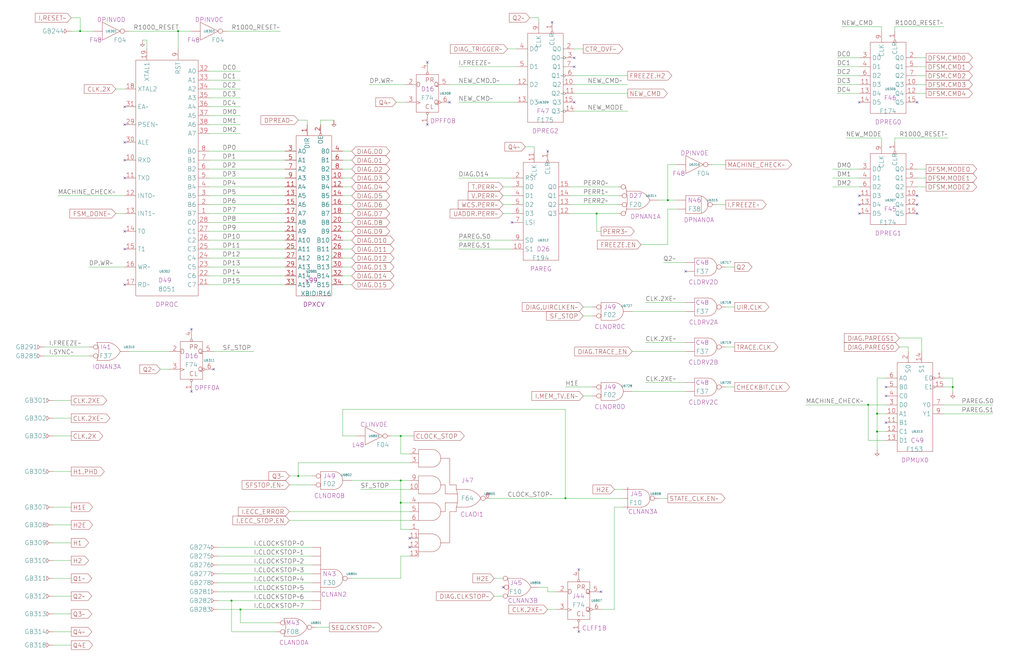
<source format=kicad_sch>
(kicad_sch (version 20230121) (generator eeschema)
  (paper "User" 584.2 378.46)
  (title_block (title "DIAGNOSTIC PROCESSOR\\n8052 INTERFACE") (date "22-SEP-90") (rev "2.0") (comment 1 "IOC") (comment 2 "232-003061") (comment 3 "S400") (comment 4 "RELEASED"))
  (junction (at 381 114.3))
  (junction (at 340.36 121.92))
  (junction (at 500.38 246.38))
  (junction (at 228.6 248.92))
  (junction (at 543.56 220.98))
  (junction (at 137.16 347.98))
  (junction (at 495.3 231.14))
  (junction (at 45.72 17.78))
  (junction (at 101.6 17.78))
  (junction (at 322.58 284.48))
  (junction (at 228.6 274.32))
  (junction (at 500.38 236.22))
  (junction (at 170.18 271.78))
  (junction (at 132.08 342.9))
  (junction (at 228.6 287.02))
  (no_connect (at 342.9 337.82))
  (no_connect (at 505.46 226.06))
  (no_connect (at 391.16 154.94))
  (no_connect (at 523.24 116.84))
  (no_connect (at 523.24 58.42))
  (no_connect (at 490.22 116.84))
  (no_connect (at 109.22 187.96))
  (no_connect (at 505.46 241.3))
  (no_connect (at 233.68 312.42))
  (no_connect (at 490.22 111.76))
  (no_connect (at 490.22 121.92))
  (no_connect (at 233.68 307.34))
  (no_connect (at 330.2 325.12))
  (no_connect (at 71.12 71.12))
  (no_connect (at 327.66 38.1))
  (no_connect (at 256.54 58.42))
  (no_connect (at 327.66 33.02))
  (no_connect (at 505.46 220.98))
  (no_connect (at 243.84 71.12))
  (no_connect (at 121.92 210.82))
  (no_connect (at 287.02 335.28))
  (no_connect (at 327.66 58.42))
  (no_connect (at 523.24 111.76))
  (no_connect (at 330.2 360.68))
  (no_connect (at 490.22 58.42))
  (no_connect (at 243.84 35.56))
  (no_connect (at 312.42 86.36))
  (no_connect (at 523.24 121.92))
  (no_connect (at 314.96 12.7))
  (no_connect (at 71.12 60.96))
  (no_connect (at 71.12 142.24))
  (no_connect (at 109.22 223.52))
  (no_connect (at 292.1 127))
  (no_connect (at 71.12 132.08))
  (no_connect (at 71.12 162.56))
  (no_connect (at 71.12 81.28))
  (no_connect (at 71.12 91.44))
  (no_connect (at 71.12 101.6))
  (wire (pts (xy 195.58 132.08) (xy 200.66 132.08)))
  (wire (pts (xy 312.42 337.82) (xy 317.5 337.82)))
  (wire (pts (xy 228.6 330.2) (xy 228.6 317.5)))
  (wire (pts (xy 119.38 86.36) (xy 162.56 86.36)))
  (wire (pts (xy 360.68 223.52) (xy 391.16 223.52)))
  (wire (pts (xy 510.54 15.24) (xy 510.54 17.78)))
  (wire (pts (xy 119.38 132.08) (xy 162.56 132.08)))
  (wire (pts (xy 45.72 17.78) (xy 40.64 17.78)))
  (wire (pts (xy 233.68 302.26) (xy 228.6 302.26)))
  (wire (pts (xy 195.58 116.84) (xy 200.66 116.84)))
  (wire (pts (xy 261.62 142.24) (xy 292.1 142.24)))
  (wire (pts (xy 523.24 38.1) (xy 528.32 38.1)))
  (wire (pts (xy 538.48 220.98) (xy 543.56 220.98)))
  (wire (pts (xy 30.48 320.04) (xy 40.64 320.04)))
  (wire (pts (xy 350.52 289.56) (xy 355.6 289.56)))
  (wire (pts (xy 543.56 220.98) (xy 543.56 215.9)))
  (wire (pts (xy 119.38 55.88) (xy 137.16 55.88)))
  (wire (pts (xy 287.02 121.92) (xy 292.1 121.92)))
  (wire (pts (xy 190.5 68.58) (xy 182.88 68.58)))
  (wire (pts (xy 322.58 233.68) (xy 322.58 284.48)))
  (wire (pts (xy 200.66 330.2) (xy 228.6 330.2)))
  (wire (pts (xy 523.24 96.52) (xy 528.32 96.52)))
  (wire (pts (xy 50.8 152.4) (xy 71.12 152.4)))
  (wire (pts (xy 119.38 76.2) (xy 137.16 76.2)))
  (wire (pts (xy 81.28 22.86) (xy 83.82 22.86)))
  (wire (pts (xy 474.98 96.52) (xy 490.22 96.52)))
  (wire (pts (xy 477.52 53.34) (xy 490.22 53.34)))
  (wire (pts (xy 124.46 332.74) (xy 177.8 332.74)))
  (wire (pts (xy 30.48 228.6) (xy 40.64 228.6)))
  (wire (pts (xy 477.52 33.02) (xy 490.22 33.02)))
  (wire (pts (xy 124.46 312.42) (xy 177.8 312.42)))
  (wire (pts (xy 261.62 38.1) (xy 294.64 38.1)))
  (wire (pts (xy 119.38 40.64) (xy 137.16 40.64)))
  (wire (pts (xy 500.38 236.22) (xy 505.46 236.22)))
  (wire (pts (xy 256.54 48.26) (xy 294.64 48.26)))
  (wire (pts (xy 101.6 17.78) (xy 109.22 17.78)))
  (wire (pts (xy 307.34 335.28) (xy 312.42 335.28)))
  (wire (pts (xy 119.38 147.32) (xy 162.56 147.32)))
  (wire (pts (xy 195.58 137.16) (xy 200.66 137.16)))
  (wire (pts (xy 459.74 231.14) (xy 495.3 231.14)))
  (wire (pts (xy 505.46 251.46) (xy 495.3 251.46)))
  (wire (pts (xy 119.38 45.72) (xy 137.16 45.72)))
  (wire (pts (xy 406.4 93.98) (xy 414.02 93.98)))
  (wire (pts (xy 132.08 342.9) (xy 177.8 342.9)))
  (wire (pts (xy 30.48 340.36) (xy 40.64 340.36)))
  (wire (pts (xy 327.66 43.18) (xy 358.14 43.18)))
  (wire (pts (xy 119.38 116.84) (xy 162.56 116.84)))
  (wire (pts (xy 228.6 259.08) (xy 233.68 259.08)))
  (wire (pts (xy 119.38 101.6) (xy 162.56 101.6)))
  (wire (pts (xy 236.22 248.92) (xy 228.6 248.92)))
  (wire (pts (xy 368.3 218.44) (xy 391.16 218.44)))
  (wire (pts (xy 289.56 27.94) (xy 294.64 27.94)))
  (wire (pts (xy 340.36 121.92) (xy 353.06 121.92)))
  (wire (pts (xy 327.66 27.94) (xy 332.74 27.94)))
  (wire (pts (xy 119.38 137.16) (xy 162.56 137.16)))
  (wire (pts (xy 340.36 132.08) (xy 340.36 121.92)))
  (wire (pts (xy 124.46 347.98) (xy 137.16 347.98)))
  (wire (pts (xy 261.62 137.16) (xy 292.1 137.16)))
  (wire (pts (xy 538.48 236.22) (xy 566.42 236.22)))
  (wire (pts (xy 124.46 342.9) (xy 132.08 342.9)))
  (wire (pts (xy 360.68 177.8) (xy 391.16 177.8)))
  (wire (pts (xy 200.66 274.32) (xy 228.6 274.32)))
  (wire (pts (xy 30.48 269.24) (xy 40.64 269.24)))
  (wire (pts (xy 66.04 121.92) (xy 71.12 121.92)))
  (wire (pts (xy 332.74 180.34) (xy 337.82 180.34)))
  (wire (pts (xy 543.56 215.9) (xy 538.48 215.9)))
  (wire (pts (xy 25.4 198.12) (xy 50.8 198.12)))
  (wire (pts (xy 281.94 330.2) (xy 287.02 330.2)))
  (wire (pts (xy 386.08 119.38) (xy 381 119.38)))
  (wire (pts (xy 40.64 10.16) (xy 45.72 10.16)))
  (wire (pts (xy 101.6 17.78) (xy 101.6 27.94)))
  (wire (pts (xy 279.4 284.48) (xy 322.58 284.48)))
  (wire (pts (xy 500.38 215.9) (xy 500.38 236.22)))
  (wire (pts (xy 195.58 111.76) (xy 200.66 111.76)))
  (wire (pts (xy 523.24 33.02) (xy 528.32 33.02)))
  (wire (pts (xy 386.08 93.98) (xy 381 93.98)))
  (wire (pts (xy 132.08 360.68) (xy 132.08 342.9)))
  (wire (pts (xy 312.42 347.98) (xy 317.5 347.98)))
  (wire (pts (xy 195.58 127) (xy 200.66 127)))
  (wire (pts (xy 500.38 236.22) (xy 500.38 246.38)))
  (wire (pts (xy 195.58 147.32) (xy 200.66 147.32)))
  (wire (pts (xy 302.26 10.16) (xy 307.34 10.16)))
  (wire (pts (xy 538.48 231.14) (xy 566.42 231.14)))
  (wire (pts (xy 119.38 142.24) (xy 162.56 142.24)))
  (wire (pts (xy 228.6 302.26) (xy 228.6 287.02)))
  (wire (pts (xy 325.12 106.68) (xy 353.06 106.68)))
  (wire (pts (xy 121.92 200.66) (xy 144.78 200.66)))
  (wire (pts (xy 119.38 157.48) (xy 162.56 157.48)))
  (wire (pts (xy 33.02 111.76) (xy 71.12 111.76)))
  (wire (pts (xy 414.02 152.4) (xy 419.1 152.4)))
  (wire (pts (xy 474.98 101.6) (xy 490.22 101.6)))
  (wire (pts (xy 477.52 48.26) (xy 490.22 48.26)))
  (wire (pts (xy 170.18 68.58) (xy 175.26 68.58)))
  (wire (pts (xy 538.48 15.24) (xy 510.54 15.24)))
  (wire (pts (xy 332.74 226.06) (xy 337.82 226.06)))
  (wire (pts (xy 495.3 231.14) (xy 505.46 231.14)))
  (wire (pts (xy 287.02 106.68) (xy 292.1 106.68)))
  (wire (pts (xy 228.6 274.32) (xy 233.68 274.32)))
  (wire (pts (xy 381 114.3) (xy 386.08 114.3)))
  (wire (pts (xy 30.48 350.52) (xy 40.64 350.52)))
  (wire (pts (xy 495.3 251.46) (xy 495.3 231.14)))
  (wire (pts (xy 304.8 83.82) (xy 304.8 86.36)))
  (wire (pts (xy 525.78 193.04) (xy 513.08 193.04)))
  (wire (pts (xy 119.38 50.8) (xy 137.16 50.8)))
  (wire (pts (xy 261.62 58.42) (xy 294.64 58.42)))
  (wire (pts (xy 30.48 289.56) (xy 40.64 289.56)))
  (wire (pts (xy 281.94 340.36) (xy 287.02 340.36)))
  (wire (pts (xy 66.04 50.8) (xy 71.12 50.8)))
  (wire (pts (xy 195.58 162.56) (xy 200.66 162.56)))
  (wire (pts (xy 381 93.98) (xy 381 114.3)))
  (wire (pts (xy 287.02 111.76) (xy 292.1 111.76)))
  (wire (pts (xy 381 119.38) (xy 381 139.7)))
  (wire (pts (xy 513.08 198.12) (xy 518.16 198.12)))
  (wire (pts (xy 228.6 317.5) (xy 233.68 317.5)))
  (wire (pts (xy 375.92 114.3) (xy 381 114.3)))
  (wire (pts (xy 30.48 238.76) (xy 40.64 238.76)))
  (wire (pts (xy 408.94 116.84) (xy 414.02 116.84)))
  (wire (pts (xy 165.1 297.18) (xy 233.68 297.18)))
  (wire (pts (xy 124.46 322.58) (xy 177.8 322.58)))
  (wire (pts (xy 119.38 91.44) (xy 162.56 91.44)))
  (wire (pts (xy 119.38 106.68) (xy 162.56 106.68)))
  (wire (pts (xy 261.62 101.6) (xy 292.1 101.6)))
  (wire (pts (xy 180.34 358.14) (xy 187.96 358.14)))
  (wire (pts (xy 327.66 53.34) (xy 358.14 53.34)))
  (wire (pts (xy 157.48 355.6) (xy 137.16 355.6)))
  (wire (pts (xy 30.48 360.68) (xy 40.64 360.68)))
  (wire (pts (xy 381 139.7) (xy 365.76 139.7)))
  (wire (pts (xy 325.12 121.92) (xy 340.36 121.92)))
  (wire (pts (xy 210.82 48.26) (xy 231.14 48.26)))
  (wire (pts (xy 327.66 48.26) (xy 358.14 48.26)))
  (wire (pts (xy 205.74 279.4) (xy 233.68 279.4)))
  (wire (pts (xy 350.52 279.4) (xy 355.6 279.4)))
  (wire (pts (xy 129.54 17.78) (xy 160.02 17.78)))
  (wire (pts (xy 195.58 152.4) (xy 200.66 152.4)))
  (wire (pts (xy 165.1 292.1) (xy 233.68 292.1)))
  (wire (pts (xy 182.88 68.58) (xy 182.88 71.12)))
  (wire (pts (xy 474.98 106.68) (xy 490.22 106.68)))
  (wire (pts (xy 368.3 172.72) (xy 391.16 172.72)))
  (wire (pts (xy 502.92 15.24) (xy 502.92 17.78)))
  (wire (pts (xy 523.24 53.34) (xy 528.32 53.34)))
  (wire (pts (xy 119.38 127) (xy 162.56 127)))
  (wire (pts (xy 360.68 200.66) (xy 391.16 200.66)))
  (wire (pts (xy 195.58 248.92) (xy 195.58 233.68)))
  (wire (pts (xy 378.46 149.86) (xy 391.16 149.86)))
  (wire (pts (xy 137.16 347.98) (xy 177.8 347.98)))
  (wire (pts (xy 119.38 71.12) (xy 137.16 71.12)))
  (wire (pts (xy 124.46 337.82) (xy 177.8 337.82)))
  (wire (pts (xy 482.6 78.74) (xy 502.92 78.74)))
  (wire (pts (xy 414.02 198.12) (xy 419.1 198.12)))
  (wire (pts (xy 523.24 48.26) (xy 528.32 48.26)))
  (wire (pts (xy 73.66 17.78) (xy 101.6 17.78)))
  (wire (pts (xy 195.58 106.68) (xy 200.66 106.68)))
  (wire (pts (xy 307.34 10.16) (xy 307.34 12.7)))
  (wire (pts (xy 165.1 276.86) (xy 177.8 276.86)))
  (wire (pts (xy 119.38 111.76) (xy 162.56 111.76)))
  (wire (pts (xy 124.46 327.66) (xy 177.8 327.66)))
  (wire (pts (xy 226.06 58.42) (xy 231.14 58.42)))
  (wire (pts (xy 73.66 200.66) (xy 96.52 200.66)))
  (wire (pts (xy 342.9 347.98) (xy 350.52 347.98)))
  (wire (pts (xy 195.58 157.48) (xy 200.66 157.48)))
  (wire (pts (xy 228.6 287.02) (xy 228.6 274.32)))
  (wire (pts (xy 30.48 330.2) (xy 40.64 330.2)))
  (wire (pts (xy 287.02 116.84) (xy 292.1 116.84)))
  (wire (pts (xy 414.02 175.26) (xy 419.1 175.26)))
  (wire (pts (xy 525.78 200.66) (xy 525.78 193.04)))
  (wire (pts (xy 342.9 132.08) (xy 340.36 132.08)))
  (wire (pts (xy 83.82 22.86) (xy 83.82 27.94)))
  (wire (pts (xy 195.58 86.36) (xy 200.66 86.36)))
  (wire (pts (xy 477.52 43.18) (xy 490.22 43.18)))
  (wire (pts (xy 223.52 248.92) (xy 228.6 248.92)))
  (wire (pts (xy 500.38 246.38) (xy 505.46 246.38)))
  (wire (pts (xy 195.58 142.24) (xy 200.66 142.24)))
  (wire (pts (xy 325.12 116.84) (xy 353.06 116.84)))
  (wire (pts (xy 500.38 246.38) (xy 500.38 256.54)))
  (wire (pts (xy 119.38 60.96) (xy 137.16 60.96)))
  (wire (pts (xy 45.72 17.78) (xy 53.34 17.78)))
  (wire (pts (xy 203.2 248.92) (xy 195.58 248.92)))
  (wire (pts (xy 119.38 96.52) (xy 162.56 96.52)))
  (wire (pts (xy 157.48 360.68) (xy 132.08 360.68)))
  (wire (pts (xy 177.8 271.78) (xy 170.18 271.78)))
  (wire (pts (xy 228.6 287.02) (xy 233.68 287.02)))
  (wire (pts (xy 195.58 121.92) (xy 200.66 121.92)))
  (wire (pts (xy 414.02 220.98) (xy 419.1 220.98)))
  (wire (pts (xy 477.52 38.1) (xy 490.22 38.1)))
  (wire (pts (xy 165.1 271.78) (xy 170.18 271.78)))
  (wire (pts (xy 195.58 233.68) (xy 322.58 233.68)))
  (wire (pts (xy 322.58 220.98) (xy 337.82 220.98)))
  (wire (pts (xy 228.6 248.92) (xy 228.6 259.08)))
  (wire (pts (xy 175.26 68.58) (xy 175.26 71.12)))
  (wire (pts (xy 30.48 248.92) (xy 40.64 248.92)))
  (wire (pts (xy 30.48 309.88) (xy 40.64 309.88)))
  (wire (pts (xy 91.44 210.82) (xy 96.52 210.82)))
  (wire (pts (xy 124.46 317.5) (xy 177.8 317.5)))
  (wire (pts (xy 195.58 91.44) (xy 200.66 91.44)))
  (wire (pts (xy 119.38 66.04) (xy 137.16 66.04)))
  (wire (pts (xy 523.24 106.68) (xy 528.32 106.68)))
  (wire (pts (xy 119.38 152.4) (xy 162.56 152.4)))
  (wire (pts (xy 375.92 284.48) (xy 381 284.48)))
  (wire (pts (xy 195.58 96.52) (xy 200.66 96.52)))
  (wire (pts (xy 170.18 264.16) (xy 233.68 264.16)))
  (wire (pts (xy 30.48 299.72) (xy 40.64 299.72)))
  (wire (pts (xy 332.74 175.26) (xy 337.82 175.26)))
  (wire (pts (xy 543.56 220.98) (xy 543.56 223.52)))
  (wire (pts (xy 523.24 101.6) (xy 528.32 101.6)))
  (wire (pts (xy 325.12 111.76) (xy 353.06 111.76)))
  (wire (pts (xy 510.54 78.74) (xy 510.54 81.28)))
  (wire (pts (xy 45.72 10.16) (xy 45.72 17.78)))
  (wire (pts (xy 518.16 200.66) (xy 518.16 198.12)))
  (wire (pts (xy 195.58 101.6) (xy 200.66 101.6)))
  (wire (pts (xy 502.92 78.74) (xy 502.92 81.28)))
  (wire (pts (xy 510.54 78.74) (xy 541.02 78.74)))
  (wire (pts (xy 523.24 43.18) (xy 528.32 43.18)))
  (wire (pts (xy 25.4 203.2) (xy 50.8 203.2)))
  (wire (pts (xy 350.52 347.98) (xy 350.52 289.56)))
  (wire (pts (xy 312.42 335.28) (xy 312.42 337.82)))
  (wire (pts (xy 137.16 355.6) (xy 137.16 347.98)))
  (wire (pts (xy 505.46 215.9) (xy 500.38 215.9)))
  (wire (pts (xy 368.3 195.58) (xy 391.16 195.58)))
  (wire (pts (xy 322.58 284.48) (xy 355.6 284.48)))
  (wire (pts (xy 30.48 368.3) (xy 40.64 368.3)))
  (wire (pts (xy 119.38 162.56) (xy 162.56 162.56)))
  (wire (pts (xy 327.66 63.5) (xy 358.14 63.5)))
  (wire (pts (xy 119.38 121.92) (xy 162.56 121.92)))
  (wire (pts (xy 299.72 83.82) (xy 304.8 83.82)))
  (wire (pts (xy 170.18 271.78) (xy 170.18 264.16)))
  (wire (pts (xy 480.06 15.24) (xy 502.92 15.24)))
  (label "DC4" (at 127 60.96 0) (effects (font (size 2.54 2.54))))
  (label "Q2~" (at 378.46 149.86 0) (effects (font (size 2.54 2.54))))
  (label "CLK.2XE~" (at 368.3 218.44 0) (effects (font (size 2.54 2.54))))
  (label "PERR2~" (at 332.74 116.84 0) (effects (font (size 2.54 2.54))))
  (label "I.CLOCKSTOP~0" (at 144.78 312.42 0) (effects (font (size 2.54 2.54))))
  (label "DP4" (at 127 106.68 0) (effects (font (size 2.54 2.54))))
  (label "CLOCK_STOP~" (at 289.56 284.48 0) (effects (font (size 2.54 2.54))))
  (label "I.FREEZE~" (at 261.62 38.1 0) (effects (font (size 2.54 2.54))))
  (label "DC2" (at 477.52 43.18 0) (effects (font (size 2.54 2.54))))
  (label "DM2" (at 477.52 106.68 0) (effects (font (size 2.54 2.54))))
  (label "PERR1~" (at 332.74 111.76 0) (effects (font (size 2.54 2.54))))
  (label "DP14" (at 127 157.48 0) (effects (font (size 2.54 2.54))))
  (label "DP.WR~" (at 50.8 152.4 0) (effects (font (size 2.54 2.54))))
  (label "R1000_RESET" (at 76.2 17.78 0) (effects (font (size 2.54 2.54))))
  (label "PAREG.S1" (at 261.62 142.24 0) (effects (font (size 2.54 2.54))))
  (label "DIAG.D14" (at 261.62 101.6 0) (effects (font (size 2.54 2.54))))
  (label "DP12" (at 127 147.32 0) (effects (font (size 2.54 2.54))))
  (label "DP.WR~" (at 210.82 48.26 0) (effects (font (size 2.54 2.54))))
  (label "DP11" (at 127 142.24 0) (effects (font (size 2.54 2.54))))
  (label "PERR0~" (at 332.74 106.68 0) (effects (font (size 2.54 2.54))))
  (label "DP3" (at 127 101.6 0) (effects (font (size 2.54 2.54))))
  (label "NEW_CMD.D~" (at 261.62 48.26 0) (effects (font (size 2.54 2.54))))
  (label "DC3" (at 477.52 48.26 0) (effects (font (size 2.54 2.54))))
  (label "DP5" (at 127 111.76 0) (effects (font (size 2.54 2.54))))
  (label "DM1" (at 477.52 101.6 0) (effects (font (size 2.54 2.54))))
  (label "DP6" (at 127 116.84 0) (effects (font (size 2.54 2.54))))
  (label "NEW_CMD~" (at 335.28 48.26 0) (effects (font (size 2.54 2.54))))
  (label "DP15" (at 127 162.56 0) (effects (font (size 2.54 2.54))))
  (label "DM0" (at 127 66.04 0) (effects (font (size 2.54 2.54))))
  (label "I.FREEZE~" (at 27.94 198.12 0) (effects (font (size 2.54 2.54))))
  (label "DP7" (at 127 121.92 0) (effects (font (size 2.54 2.54))))
  (label "DP13" (at 127 152.4 0) (effects (font (size 2.54 2.54))))
  (label "DC1" (at 477.52 38.1 0) (effects (font (size 2.54 2.54))))
  (label "I.CLOCKSTOP~6" (at 144.78 342.9 0) (effects (font (size 2.54 2.54))))
  (label "DP10" (at 127 137.16 0) (effects (font (size 2.54 2.54))))
  (label "DC1" (at 127 45.72 0) (effects (font (size 2.54 2.54))))
  (label "DP1" (at 127 91.44 0) (effects (font (size 2.54 2.54))))
  (label "DM0" (at 477.52 96.52 0) (effects (font (size 2.54 2.54))))
  (label "PAREG.S0" (at 548.64 231.14 0) (effects (font (size 2.54 2.54))))
  (label "DP9" (at 127 132.08 0) (effects (font (size 2.54 2.54))))
  (label "DC4" (at 477.52 53.34 0) (effects (font (size 2.54 2.54))))
  (label "NEW_MODE" (at 335.28 63.5 0) (effects (font (size 2.54 2.54))))
  (label "R1000_RESET~" (at 513.08 78.74 0) (effects (font (size 2.54 2.54))))
  (label "NEW_CMD" (at 480.06 15.24 0) (effects (font (size 2.54 2.54))))
  (label "MACHINE_CHECK~" (at 33.02 111.76 0) (effects (font (size 2.54 2.54))))
  (label "DC3" (at 127 55.88 0) (effects (font (size 2.54 2.54))))
  (label "DM2" (at 127 76.2 0) (effects (font (size 2.54 2.54))))
  (label "I.CLOCKSTOP~4" (at 144.78 332.74 0) (effects (font (size 2.54 2.54))))
  (label "I.CLOCKSTOP~2" (at 144.78 322.58 0) (effects (font (size 2.54 2.54))))
  (label "I.SYNC~" (at 27.94 203.2 0) (effects (font (size 2.54 2.54))))
  (label "MACHINE_CHECK~" (at 459.74 231.14 0) (effects (font (size 2.54 2.54))))
  (label "DP2" (at 127 96.52 0) (effects (font (size 2.54 2.54))))
  (label "DC0" (at 127 40.64 0) (effects (font (size 2.54 2.54))))
  (label "I.CLOCKSTOP~3" (at 144.78 327.66 0) (effects (font (size 2.54 2.54))))
  (label "CLK.2XE~" (at 368.3 195.58 0) (effects (font (size 2.54 2.54))))
  (label "H1E" (at 322.58 220.98 0) (effects (font (size 2.54 2.54))))
  (label "NEW_CMD~" (at 261.62 58.42 0) (effects (font (size 2.54 2.54))))
  (label "DC2" (at 127 50.8 0) (effects (font (size 2.54 2.54))))
  (label "I.CLOCKSTOP~5" (at 144.78 337.82 0) (effects (font (size 2.54 2.54))))
  (label "CLK.2XE~" (at 368.3 172.72 0) (effects (font (size 2.54 2.54))))
  (label "DP0" (at 127 86.36 0) (effects (font (size 2.54 2.54))))
  (label "PAREG.S0" (at 261.62 137.16 0) (effects (font (size 2.54 2.54))))
  (label "DP8" (at 127 127 0) (effects (font (size 2.54 2.54))))
  (label "DM1" (at 127 71.12 0) (effects (font (size 2.54 2.54))))
  (label "DC0" (at 477.52 33.02 0) (effects (font (size 2.54 2.54))))
  (label "NEW_MODE" (at 482.6 78.74 0) (effects (font (size 2.54 2.54))))
  (label "I.CLOCKSTOP~1" (at 144.78 317.5 0) (effects (font (size 2.54 2.54))))
  (label "SF_STOP" (at 127 200.66 0) (effects (font (size 2.54 2.54))))
  (label "R1000_RESET~" (at 510.54 15.24 0) (effects (font (size 2.54 2.54))))
  (label "PAREG.S1" (at 548.64 236.22 0) (effects (font (size 2.54 2.54))))
  (label "R1000_RESET~" (at 132.08 17.78 0) (effects (font (size 2.54 2.54))))
  (label "SF_STOP" (at 205.74 279.4 0) (effects (font (size 2.54 2.54))))
  (label "I.CLOCKSTOP~7" (at 144.78 347.98 0) (effects (font (size 2.54 2.54))))
  (global_label "FREEZE.EN" (shape input) (at 365.76 139.7 180) (effects (font (size 2.54 2.54))) (property "Intersheetrefs" "${INTERSHEET_REFS}" (at 340.735 139.5413 0) (effects (font (size 1.905 1.905)) (justify right))))
  (global_label "DIAG.D3" (shape bidirectional) (at 200.66 101.6 0) (effects (font (size 2.54 2.54))) (property "Intersheetrefs" "${INTERSHEET_REFS}" (at 220.5022 101.7587 0) (effects (font (size 1.905 1.905)) (justify left))))
  (global_label "Q2~" (shape input) (at 91.44 210.82 180) (effects (font (size 2.54 2.54))) (property "Intersheetrefs" "${INTERSHEET_REFS}" (at 78.5447 210.82 0) (effects (font (size 1.905 1.905)) (justify right))))
  (global_label "H2" (shape output) (at 40.64 320.04 0) (effects (font (size 2.54 2.54))) (property "Intersheetrefs" "${INTERSHEET_REFS}" (at 51.721 320.04 0) (effects (font (size 1.905 1.905)) (justify left))))
  (global_label "DIAG.D11" (shape bidirectional) (at 200.66 142.24 0) (effects (font (size 2.54 2.54))) (property "Intersheetrefs" "${INTERSHEET_REFS}" (at 220.5022 142.0813 0) (effects (font (size 1.905 1.905)) (justify left))))
  (global_label "DIAG.D0" (shape bidirectional) (at 200.66 86.36 0) (effects (font (size 2.54 2.54))) (property "Intersheetrefs" "${INTERSHEET_REFS}" (at 220.5022 86.5187 0) (effects (font (size 1.905 1.905)) (justify left))))
  (global_label "UADDR.PERR~" (shape input) (at 287.02 121.92 180) (effects (font (size 2.54 2.54))) (property "Intersheetrefs" "${INTERSHEET_REFS}" (at 256.794 121.7613 0) (effects (font (size 1.905 1.905)) (justify right))))
  (global_label "H1E" (shape output) (at 40.64 289.56 0) (effects (font (size 2.54 2.54))) (property "Intersheetrefs" "${INTERSHEET_REFS}" (at 52.8441 289.4013 0) (effects (font (size 1.905 1.905)) (justify left))))
  (global_label "DIAG.D9" (shape bidirectional) (at 200.66 132.08 0) (effects (font (size 2.54 2.54))) (property "Intersheetrefs" "${INTERSHEET_REFS}" (at 220.5022 131.9213 0) (effects (font (size 1.905 1.905)) (justify left))))
  (global_label "SEQ.CKSTOP~" (shape output) (at 187.96 358.14 0) (effects (font (size 2.54 2.54))) (property "Intersheetrefs" "${INTERSHEET_REFS}" (at 217.8231 357.9813 0) (effects (font (size 1.905 1.905)) (justify left))))
  (global_label "DIAG.D10" (shape bidirectional) (at 200.66 137.16 0) (effects (font (size 2.54 2.54))) (property "Intersheetrefs" "${INTERSHEET_REFS}" (at 220.5022 137.0013 0) (effects (font (size 1.905 1.905)) (justify left))))
  (global_label "CHECKBIT.CLK" (shape output) (at 419.1 220.98 0) (effects (font (size 2.54 2.54))) (property "Intersheetrefs" "${INTERSHEET_REFS}" (at 450.5355 220.8213 0) (effects (font (size 1.905 1.905)) (justify left))))
  (global_label "DFSM.CMD3" (shape output) (at 528.32 48.26 0) (effects (font (size 2.54 2.54))) (property "Intersheetrefs" "${INTERSHEET_REFS}" (at 554.7965 48.4187 0) (effects (font (size 1.905 1.905)) (justify left))))
  (global_label "CLK.2X" (shape input) (at 66.04 50.8 180) (effects (font (size 2.54 2.54))) (property "Intersheetrefs" "${INTERSHEET_REFS}" (at 46.8553 50.8 0) (effects (font (size 1.905 1.905)) (justify right))))
  (global_label "Q2~" (shape output) (at 40.64 340.36 0) (effects (font (size 2.54 2.54))) (property "Intersheetrefs" "${INTERSHEET_REFS}" (at 58.5289 340.2013 0) (effects (font (size 1.905 1.905)) (justify left))))
  (global_label "V.PERR~" (shape input) (at 287.02 111.76 180) (effects (font (size 2.54 2.54))) (property "Intersheetrefs" "${INTERSHEET_REFS}" (at 267.075 111.6013 0) (effects (font (size 1.905 1.905)) (justify right))))
  (global_label "Q4~" (shape input) (at 226.06 58.42 180) (effects (font (size 2.54 2.54))) (property "Intersheetrefs" "${INTERSHEET_REFS}" (at 208.1711 58.2613 0) (effects (font (size 1.905 1.905)) (justify right))))
  (global_label "Q4~" (shape input) (at 299.72 83.82 180) (effects (font (size 2.54 2.54))) (property "Intersheetrefs" "${INTERSHEET_REFS}" (at 281.8311 83.6613 0) (effects (font (size 1.905 1.905)) (justify right))))
  (global_label "UIR.CLK" (shape output) (at 419.1 175.26 0) (effects (font (size 2.54 2.54))) (property "Intersheetrefs" "${INTERSHEET_REFS}" (at 438.6822 175.1013 0) (effects (font (size 1.905 1.905)) (justify left))))
  (global_label "DIAG.D13" (shape bidirectional) (at 200.66 152.4 0) (effects (font (size 2.54 2.54))) (property "Intersheetrefs" "${INTERSHEET_REFS}" (at 220.5022 152.2413 0) (effects (font (size 1.905 1.905)) (justify left))))
  (global_label "DIAG_TRIGGER~" (shape input) (at 289.56 27.94 180) (effects (font (size 2.54 2.54))) (property "Intersheetrefs" "${INTERSHEET_REFS}" (at 256.915 27.7813 0) (effects (font (size 1.905 1.905)) (justify right))))
  (global_label "DIAG.TRACE_EN" (shape input) (at 360.68 200.66 180) (effects (font (size 2.54 2.54))) (property "Intersheetrefs" "${INTERSHEET_REFS}" (at 332.873 200.5013 0) (effects (font (size 1.905 1.905)) (justify right))))
  (global_label "I.ECC_ERROR" (shape input) (at 165.1 292.1 180) (effects (font (size 2.54 2.54))) (property "Intersheetrefs" "${INTERSHEET_REFS}" (at 135.9626 291.9413 0) (effects (font (size 1.905 1.905)) (justify right))))
  (global_label "DFSM.CMD4" (shape output) (at 528.32 53.34 0) (effects (font (size 2.54 2.54))) (property "Intersheetrefs" "${INTERSHEET_REFS}" (at 554.7965 53.4987 0) (effects (font (size 1.905 1.905)) (justify left))))
  (global_label "DIAG.PAREGS0" (shape input) (at 513.08 198.12 180) (effects (font (size 2.54 2.54))) (property "Intersheetrefs" "${INTERSHEET_REFS}" (at 481.6445 197.9613 0) (effects (font (size 1.905 1.905)) (justify right))))
  (global_label "Q2~" (shape input) (at 302.26 10.16 180) (effects (font (size 2.54 2.54))) (property "Intersheetrefs" "${INTERSHEET_REFS}" (at 284.3711 10.0013 0) (effects (font (size 1.905 1.905)) (justify right))))
  (global_label "DIAG.D15" (shape bidirectional) (at 200.66 162.56 0) (effects (font (size 2.54 2.54))) (property "Intersheetrefs" "${INTERSHEET_REFS}" (at 220.5022 162.4013 0) (effects (font (size 1.905 1.905)) (justify left))))
  (global_label "Q1~" (shape output) (at 40.64 330.2 0) (effects (font (size 2.54 2.54))) (property "Intersheetrefs" "${INTERSHEET_REFS}" (at 53.5353 330.2 0) (effects (font (size 1.905 1.905)) (justify left))))
  (global_label "I.FREEZE~" (shape output) (at 414.02 116.84 0) (effects (font (size 2.54 2.54))) (property "Intersheetrefs" "${INTERSHEET_REFS}" (at 437.1098 116.6813 0) (effects (font (size 1.905 1.905)) (justify left))))
  (global_label "PERR3~" (shape output) (at 342.9 132.08 0) (effects (font (size 2.54 2.54))) (property "Intersheetrefs" "${INTERSHEET_REFS}" (at 361.8774 131.9213 0) (effects (font (size 1.905 1.905)) (justify left))))
  (global_label "DIAG.PAREGS1" (shape input) (at 513.08 193.04 180) (effects (font (size 2.54 2.54))) (property "Intersheetrefs" "${INTERSHEET_REFS}" (at 481.6445 192.8813 0) (effects (font (size 1.905 1.905)) (justify right))))
  (global_label "DIAG.D7" (shape bidirectional) (at 200.66 121.92 0) (effects (font (size 2.54 2.54))) (property "Intersheetrefs" "${INTERSHEET_REFS}" (at 220.5022 122.0787 0) (effects (font (size 1.905 1.905)) (justify left))))
  (global_label "CLK.2XE" (shape output) (at 40.64 228.6 0) (effects (font (size 2.54 2.54))) (property "Intersheetrefs" "${INTERSHEET_REFS}" (at 67.1165 228.4413 0) (effects (font (size 1.905 1.905)) (justify left))))
  (global_label "Q3~" (shape input) (at 165.1 271.78 180) (effects (font (size 2.54 2.54))) (property "Intersheetrefs" "${INTERSHEET_REFS}" (at 147.2111 271.6213 0) (effects (font (size 1.905 1.905)) (justify right))))
  (global_label "DIAG.D2" (shape bidirectional) (at 200.66 96.52 0) (effects (font (size 2.54 2.54))) (property "Intersheetrefs" "${INTERSHEET_REFS}" (at 220.5022 96.6787 0) (effects (font (size 1.905 1.905)) (justify left))))
  (global_label "DFSM.CMD2" (shape output) (at 528.32 43.18 0) (effects (font (size 2.54 2.54))) (property "Intersheetrefs" "${INTERSHEET_REFS}" (at 554.7965 43.0213 0) (effects (font (size 1.905 1.905)) (justify left))))
  (global_label "STATE_CLK.EN~" (shape output) (at 381 284.48 0) (effects (font (size 2.54 2.54))) (property "Intersheetrefs" "${INTERSHEET_REFS}" (at 413.645 284.3213 0) (effects (font (size 1.905 1.905)) (justify left))))
  (global_label "DFSM.CMD0" (shape output) (at 528.32 33.02 0) (effects (font (size 2.54 2.54))) (property "Intersheetrefs" "${INTERSHEET_REFS}" (at 554.7965 33.1787 0) (effects (font (size 1.905 1.905)) (justify left))))
  (global_label "CTR_OVF~" (shape output) (at 332.74 27.94 0) (effects (font (size 2.54 2.54))) (property "Intersheetrefs" "${INTERSHEET_REFS}" (at 355.346 27.7813 0) (effects (font (size 1.905 1.905)) (justify left))))
  (global_label "DIAG.UIRCLKEN~" (shape input) (at 332.74 175.26 180) (effects (font (size 2.54 2.54))) (property "Intersheetrefs" "${INTERSHEET_REFS}" (at 297.9178 175.1013 0) (effects (font (size 1.905 1.905)) (justify right))))
  (global_label "T.PERR~" (shape input) (at 287.02 106.68 180) (effects (font (size 2.54 2.54))) (property "Intersheetrefs" "${INTERSHEET_REFS}" (at 267.3169 106.5213 0) (effects (font (size 1.905 1.905)) (justify right))))
  (global_label "NEW_CMD" (shape output) (at 358.14 53.34 0) (effects (font (size 2.54 2.54))) (property "Intersheetrefs" "${INTERSHEET_REFS}" (at 380.746 53.1813 0) (effects (font (size 1.905 1.905)) (justify left))))
  (global_label "Q3~" (shape output) (at 40.64 350.52 0) (effects (font (size 2.54 2.54))) (property "Intersheetrefs" "${INTERSHEET_REFS}" (at 58.5289 350.3613 0) (effects (font (size 1.905 1.905)) (justify left))))
  (global_label "DFSM.MODE1" (shape output) (at 528.32 101.6 0) (effects (font (size 2.54 2.54))) (property "Intersheetrefs" "${INTERSHEET_REFS}" (at 557.2155 101.7587 0) (effects (font (size 1.905 1.905)) (justify left))))
  (global_label "CLK.2X" (shape output) (at 40.64 248.92 0) (effects (font (size 2.54 2.54))) (property "Intersheetrefs" "${INTERSHEET_REFS}" (at 64.8184 248.7613 0) (effects (font (size 1.905 1.905)) (justify left))))
  (global_label "DIAG.D6" (shape bidirectional) (at 200.66 116.84 0) (effects (font (size 2.54 2.54))) (property "Intersheetrefs" "${INTERSHEET_REFS}" (at 220.5022 116.9987 0) (effects (font (size 1.905 1.905)) (justify left))))
  (global_label "H1" (shape output) (at 40.64 309.88 0) (effects (font (size 2.54 2.54))) (property "Intersheetrefs" "${INTERSHEET_REFS}" (at 50.927 309.7213 0) (effects (font (size 1.905 1.905)) (justify left))))
  (global_label "I.ECC_STOP.EN" (shape input) (at 165.1 297.18 180) (effects (font (size 2.54 2.54))) (property "Intersheetrefs" "${INTERSHEET_REFS}" (at 132.8178 297.0213 0) (effects (font (size 1.905 1.905)) (justify right))))
  (global_label "SF_STOP" (shape input) (at 332.74 180.34 180) (effects (font (size 2.54 2.54))) (property "Intersheetrefs" "${INTERSHEET_REFS}" (at 311.8273 180.1813 0) (effects (font (size 1.905 1.905)) (justify right))))
  (global_label "WCS.PERR~" (shape input) (at 287.02 116.84 180) (effects (font (size 2.54 2.54))) (property "Intersheetrefs" "${INTERSHEET_REFS}" (at 261.3902 116.6813 0) (effects (font (size 1.905 1.905)) (justify right))))
  (global_label "FREEZE.H2" (shape output) (at 358.14 43.18 0) (effects (font (size 2.54 2.54))) (property "Intersheetrefs" "${INTERSHEET_REFS}" (at 383.286 43.0213 0) (effects (font (size 1.905 1.905)) (justify left))))
  (global_label "I.MEM_TV.EN~" (shape input) (at 332.74 226.06 180) (effects (font (size 2.54 2.54))) (property "Intersheetrefs" "${INTERSHEET_REFS}" (at 303.4816 225.9013 0) (effects (font (size 1.905 1.905)) (justify right))))
  (global_label "DIAG.D5" (shape bidirectional) (at 200.66 111.76 0) (effects (font (size 2.54 2.54))) (property "Intersheetrefs" "${INTERSHEET_REFS}" (at 220.5022 111.9187 0) (effects (font (size 1.905 1.905)) (justify left))))
  (global_label "H2E" (shape input) (at 350.52 279.4 180) (effects (font (size 2.54 2.54))) (property "Intersheetrefs" "${INTERSHEET_REFS}" (at 338.3159 279.2413 0) (effects (font (size 1.905 1.905)) (justify right))))
  (global_label "I.RESET~" (shape input) (at 40.64 10.16 180) (effects (font (size 2.54 2.54))) (property "Intersheetrefs" "${INTERSHEET_REFS}" (at 19.7092 10.0013 0) (effects (font (size 1.905 1.905)) (justify right))))
  (global_label "CLOCK_STOP" (shape output) (at 236.22 248.92 0) (effects (font (size 2.54 2.54))) (property "Intersheetrefs" "${INTERSHEET_REFS}" (at 264.8736 248.7613 0) (effects (font (size 1.905 1.905)) (justify left))))
  (global_label "H2E" (shape input) (at 281.94 330.2 180) (effects (font (size 2.54 2.54))) (property "Intersheetrefs" "${INTERSHEET_REFS}" (at 269.7359 330.0413 0) (effects (font (size 1.905 1.905)) (justify right))))
  (global_label "FSM_DONE~" (shape input) (at 66.04 121.92 180) (effects (font (size 2.54 2.54))) (property "Intersheetrefs" "${INTERSHEET_REFS}" (at 39.8054 121.7613 0) (effects (font (size 1.905 1.905)) (justify right))))
  (global_label "DIAG.CLKSTOP~" (shape input) (at 281.94 340.36 180) (effects (font (size 2.54 2.54))) (property "Intersheetrefs" "${INTERSHEET_REFS}" (at 248.9321 340.2013 0) (effects (font (size 1.905 1.905)) (justify right))))
  (global_label "DFSM.MODE0" (shape output) (at 528.32 96.52 0) (effects (font (size 2.54 2.54))) (property "Intersheetrefs" "${INTERSHEET_REFS}" (at 557.2155 96.6787 0) (effects (font (size 1.905 1.905)) (justify left))))
  (global_label "Q4E" (shape output) (at 40.64 368.3 0) (effects (font (size 2.54 2.54))) (property "Intersheetrefs" "${INTERSHEET_REFS}" (at 54.0191 368.3 0) (effects (font (size 1.905 1.905)) (justify left))))
  (global_label "MACHINE_CHECK~" (shape output) (at 414.02 93.98 0) (effects (font (size 2.54 2.54))) (property "Intersheetrefs" "${INTERSHEET_REFS}" (at 451.6241 93.8213 0) (effects (font (size 1.905 1.905)) (justify left))))
  (global_label "DIAG.D1" (shape bidirectional) (at 200.66 91.44 0) (effects (font (size 2.54 2.54))) (property "Intersheetrefs" "${INTERSHEET_REFS}" (at 220.5022 91.5987 0) (effects (font (size 1.905 1.905)) (justify left))))
  (global_label "DIAG.D4" (shape bidirectional) (at 200.66 106.68 0) (effects (font (size 2.54 2.54))) (property "Intersheetrefs" "${INTERSHEET_REFS}" (at 220.5022 106.8387 0) (effects (font (size 1.905 1.905)) (justify left))))
  (global_label "DIAG.D8" (shape bidirectional) (at 200.66 127 0) (effects (font (size 2.54 2.54))) (property "Intersheetrefs" "${INTERSHEET_REFS}" (at 220.5022 126.8413 0) (effects (font (size 1.905 1.905)) (justify left))))
  (global_label "DPREAD~" (shape input) (at 170.18 68.58 180) (effects (font (size 2.54 2.54))) (property "Intersheetrefs" "${INTERSHEET_REFS}" (at 148.9045 68.4213 0) (effects (font (size 1.905 1.905)) (justify right))))
  (global_label "H2E" (shape output) (at 40.64 299.72 0) (effects (font (size 2.54 2.54))) (property "Intersheetrefs" "${INTERSHEET_REFS}" (at 52.8441 299.5613 0) (effects (font (size 1.905 1.905)) (justify left))))
  (global_label "DFSM.CMD1" (shape output) (at 528.32 38.1 0) (effects (font (size 2.54 2.54))) (property "Intersheetrefs" "${INTERSHEET_REFS}" (at 554.7965 38.2587 0) (effects (font (size 1.905 1.905)) (justify left))))
  (global_label "H1.PHD" (shape output) (at 40.64 269.24 0) (effects (font (size 2.54 2.54))) (property "Intersheetrefs" "${INTERSHEET_REFS}" (at 59.4965 269.0813 0) (effects (font (size 1.905 1.905)) (justify left))))
  (global_label "DFSM.MODE2" (shape output) (at 528.32 106.68 0) (effects (font (size 2.54 2.54))) (property "Intersheetrefs" "${INTERSHEET_REFS}" (at 557.2155 106.8387 0) (effects (font (size 1.905 1.905)) (justify left))))
  (global_label "CLK.2XE~" (shape output) (at 40.64 238.76 0) (effects (font (size 2.54 2.54))) (property "Intersheetrefs" "${INTERSHEET_REFS}" (at 68.9308 238.6013 0) (effects (font (size 1.905 1.905)) (justify left))))
  (global_label "CLK.2XE~" (shape input) (at 312.42 347.98 180) (effects (font (size 2.54 2.54))) (property "Intersheetrefs" "${INTERSHEET_REFS}" (at 284.1292 347.8213 0) (effects (font (size 1.905 1.905)) (justify right))))
  (global_label "SFSTOP.EN~" (shape input) (at 165.1 276.86 180) (effects (font (size 2.54 2.54))) (property "Intersheetrefs" "${INTERSHEET_REFS}" (at 138.1397 276.7013 0) (effects (font (size 1.905 1.905)) (justify right))))
  (global_label "DIAG.D12" (shape bidirectional) (at 200.66 147.32 0) (effects (font (size 2.54 2.54))) (property "Intersheetrefs" "${INTERSHEET_REFS}" (at 220.5022 147.1613 0) (effects (font (size 1.905 1.905)) (justify left))))
  (global_label "Q4~" (shape output) (at 40.64 360.68 0) (effects (font (size 2.54 2.54))) (property "Intersheetrefs" "${INTERSHEET_REFS}" (at 58.5289 360.5213 0) (effects (font (size 1.905 1.905)) (justify left))))
  (global_label "TRACE.CLK" (shape output) (at 419.1 198.12 0) (effects (font (size 2.54 2.54))) (property "Intersheetrefs" "${INTERSHEET_REFS}" (at 443.7622 197.9613 0) (effects (font (size 1.905 1.905)) (justify left))))
  (global_label "Q2" (shape output) (at 419.1 152.4 0) (effects (font (size 2.54 2.54))) (property "Intersheetrefs" "${INTERSHEET_REFS}" (at 435.1746 152.2413 0) (effects (font (size 1.905 1.905)) (justify left))))
  (global_label "DIAG.D14" (shape bidirectional) (at 200.66 157.48 0) (effects (font (size 2.54 2.54))) (property "Intersheetrefs" "${INTERSHEET_REFS}" (at 220.5022 157.3213 0) (effects (font (size 1.905 1.905)) (justify left))))
  (symbol (lib_id "r1000:F10") (at 292.1 332.74 0) (unit 1) (convert 2)
    (property "Reference" "U6806" (at 305.435 332.74 0))
    (property "Value" "F10" (at 297.815 337.82 0) (effects (font (size 2.54 2.54)) (justify right)))
    (property "Location" "J45" (at 290.83 332.74 0) (effects (font (size 2.54 2.54)) (justify left)))
    (property "Name" "CLNAN3B" (at 289.56 342.9 0) (effects (font (size 2.54 2.54)) (justify left)))
  )
  (symbol (lib_id "r1000:GB") (at 40.64 17.78 0) (mirror y) (unit 1)
    (property "Reference" "GB244" (at 36.83 17.78 0) (effects (font (size 2.54 2.54)) (justify left)))
    (property "Value" "GB" (effects hide))
  )
  (symbol (lib_id "r1000:GB") (at 30.48 228.6 0) (mirror y) (unit 1)
    (property "Reference" "GB301" (at 26.67 228.6 0) (effects (font (size 2.54 2.54)) (justify left)))
    (property "Value" "GB" (effects hide))
  )
  (symbol (lib_id "r1000:GB") (at 124.46 342.9 0) (mirror y) (unit 1)
    (property "Reference" "GB282" (at 120.65 342.9 0) (effects (font (size 2.54 2.54)) (justify left)))
    (property "Value" "GB" (effects hide))
  )
  (symbol (lib_id "r1000:PD") (at 543.56 223.52 0) (unit 1) (in_bom no)
    (property "Reference" "#PWR06304" (effects hide))
    (property "Value" "PD" (effects hide))
  )
  (symbol (lib_id "r1000:GB") (at 30.48 309.88 0) (mirror y) (unit 1)
    (property "Reference" "GB309" (at 26.67 309.88 0) (effects (font (size 2.54 2.54)) (justify left)))
    (property "Value" "GB" (effects hide))
  )
  (symbol (lib_id "r1000:GB") (at 30.48 350.52 0) (mirror y) (unit 1)
    (property "Reference" "GB313" (at 26.67 350.52 0) (effects (font (size 2.54 2.54)) (justify left)))
    (property "Value" "GB" (effects hide))
  )
  (symbol (lib_id "r1000:F174") (at 505.46 119.38 0) (unit 1)
    (property "Reference" "U6307" (at 508 114.3 0))
    (property "Value" "F174" (at 501.65 127 0) (effects (font (size 2.54 2.54)) (justify left)))
    (property "Location" "F45" (at 504.19 119.38 0) (effects (font (size 2.54 2.54)) (justify left)))
    (property "Name" "DPREG1" (at 506.73 134.62 0) (effects (font (size 2.54 2.54)) (justify bottom)))
  )
  (symbol (lib_id "r1000:F74") (at 241.3 50.8 0) (unit 1)
    (property "Reference" "U6308" (at 254 53.34 0))
    (property "Value" "F74" (at 240.03 55.88 0) (effects (font (size 2.54 2.54)) (justify left)))
    (property "Location" "D16" (at 240.03 50.8 0) (effects (font (size 2.54 2.54)) (justify left)))
    (property "Name" "DPFF0B" (at 252.73 70.485 0) (effects (font (size 2.54 2.54)) (justify bottom)))
  )
  (symbol (lib_id "r1000:F37") (at 398.78 172.72 0) (unit 1)
    (property "Reference" "U6718" (at 414.02 172.72 0))
    (property "Value" "F37" (at 400.685 177.8 0) (effects (font (size 2.54 2.54))))
    (property "Location" "C48" (at 400.685 172.72 0) (effects (font (size 2.54 2.54))))
    (property "Name" "CLDRV2A" (at 401.32 185.42 0) (effects (font (size 2.54 2.54)) (justify bottom)))
  )
  (symbol (lib_id "r1000:F37") (at 398.78 149.86 0) (unit 1)
    (property "Reference" "U6717" (at 414.02 149.86 0))
    (property "Value" "F37" (at 400.685 154.94 0) (effects (font (size 2.54 2.54))))
    (property "Location" "C48" (at 400.685 149.86 0) (effects (font (size 2.54 2.54))))
    (property "Name" "CLDRV2D" (at 401.32 162.56 0) (effects (font (size 2.54 2.54)) (justify bottom)))
  )
  (symbol (lib_id "r1000:GB") (at 30.48 269.24 0) (mirror y) (unit 1)
    (property "Reference" "GB305" (at 26.67 269.24 0) (effects (font (size 2.54 2.54)) (justify left)))
    (property "Value" "GB" (effects hide))
  )
  (symbol (lib_id "r1000:GB") (at 124.46 347.98 0) (mirror y) (unit 1)
    (property "Reference" "GB283" (at 120.65 347.98 0) (effects (font (size 2.54 2.54)) (justify left)))
    (property "Value" "GB" (effects hide))
  )
  (symbol (lib_id "r1000:F64") (at 264.16 284.48 0) (unit 1)
    (property "Reference" "U6805" (at 279.4 281.94 0))
    (property "Value" "F64" (at 266.7 284.48 0) (effects (font (size 2.54 2.54))))
    (property "Location" "J47" (at 266.7 274.32 0) (effects (font (size 2.54 2.54))))
    (property "Name" "CLAOI1" (at 269.24 295.1 0) (effects (font (size 2.54 2.54)) (justify bottom)))
  )
  (symbol (lib_id "r1000:GB") (at 30.48 289.56 0) (mirror y) (unit 1)
    (property "Reference" "GB307" (at 26.67 289.56 0) (effects (font (size 2.54 2.54)) (justify left)))
    (property "Value" "GB" (effects hide))
  )
  (symbol (lib_id "r1000:GB") (at 124.46 317.5 0) (mirror y) (unit 1)
    (property "Reference" "GB275" (at 120.65 317.5 0) (effects (font (size 2.54 2.54)) (justify left)))
    (property "Value" "GB" (effects hide))
  )
  (symbol (lib_id "r1000:F37") (at 398.78 218.44 0) (unit 1)
    (property "Reference" "U6720" (at 414.02 218.44 0))
    (property "Value" "F37" (at 400.685 223.52 0) (effects (font (size 2.54 2.54))))
    (property "Location" "C48" (at 400.685 218.44 0) (effects (font (size 2.54 2.54))))
    (property "Name" "CLDRV2C" (at 401.32 231.14 0) (effects (font (size 2.54 2.54)) (justify bottom)))
  )
  (symbol (lib_id "r1000:GB") (at 30.48 368.3 0) (mirror y) (unit 1)
    (property "Reference" "GB318" (at 26.67 368.3 0) (effects (font (size 2.54 2.54)) (justify left)))
    (property "Value" "GB" (effects hide))
  )
  (symbol (lib_id "r1000:F38") (at 393.7 116.84 0) (unit 1)
    (property "Reference" "U6315" (at 406.4 114.3 0))
    (property "Value" "F38" (at 396.24 119.38 0) (effects (font (size 2.54 2.54))))
    (property "Location" "N46" (at 396.24 114.3 0) (effects (font (size 2.54 2.54))))
    (property "Name" "DPNAN0A" (at 398.78 127 0) (effects (font (size 2.54 2.54)) (justify bottom)))
  )
  (symbol (lib_id "r1000:GB") (at 30.48 299.72 0) (mirror y) (unit 1)
    (property "Reference" "GB308" (at 26.67 299.72 0) (effects (font (size 2.54 2.54)) (justify left)))
    (property "Value" "GB" (effects hide))
  )
  (symbol (lib_id "r1000:F04") (at 396.24 93.98 0) (unit 1)
    (property "Reference" "U6316" (at 396.24 93.98 0))
    (property "Value" "F04" (at 397.51 99.06 0) (effects (font (size 2.54 2.54)) (justify left)))
    (property "Location" "F48" (at 383.54 99.06 0) (effects (font (size 2.54 2.54)) (justify left)))
    (property "Name" "DPINV0E" (at 396.24 88.9 0) (effects (font (size 2.54 2.54)) (justify bottom)))
  )
  (symbol (lib_id "r1000:F37") (at 58.42 198.12 0) (unit 1) (convert 2)
    (property "Reference" "U6310" (at 73.66 198.12 0))
    (property "Value" "F37" (at 60.325 203.2 0) (effects (font (size 2.54 2.54))))
    (property "Location" "I41" (at 60.325 198.12 0) (effects (font (size 2.54 2.54))))
    (property "Name" "IONAN3A" (at 60.96 210.82 0) (effects (font (size 2.54 2.54)) (justify bottom)))
  )
  (symbol (lib_id "r1000:GB") (at 25.4 203.2 0) (mirror y) (unit 1)
    (property "Reference" "GB285" (at 21.59 203.2 0) (effects (font (size 2.54 2.54)) (justify left)))
    (property "Value" "GB" (effects hide))
  )
  (symbol (lib_id "r1000:F175") (at 307.34 63.5 0) (unit 1)
    (property "Reference" "U6309" (at 309.88 58.42 0))
    (property "Value" "F175" (at 306.07 68.58 0) (effects (font (size 2.54 2.54)) (justify left)))
    (property "Location" "F47" (at 306.07 63.5 0) (effects (font (size 2.54 2.54)) (justify left)))
    (property "Name" "DPREG2" (at 311.15 76.2 0) (effects (font (size 2.54 2.54)) (justify bottom)))
  )
  (symbol (lib_id "r1000:F08") (at 165.1 355.6 0) (unit 1) (convert 2)
    (property "Reference" "U6801" (at 180.34 355.6 0))
    (property "Value" "F08" (at 167.005 360.68 0) (effects (font (size 2.54 2.54))))
    (property "Location" "M43" (at 167.005 355.6 0) (effects (font (size 2.54 2.54))))
    (property "Name" "CLAND0A" (at 167.64 368.3 0) (effects (font (size 2.54 2.54)) (justify bottom)))
  )
  (symbol (lib_id "r1000:F74") (at 327.66 340.36 0) (unit 1)
    (property "Reference" "U6807" (at 340.36 342.9 0))
    (property "Value" "F74" (at 326.39 345.44 0) (effects (font (size 2.54 2.54)) (justify left)))
    (property "Location" "J44" (at 326.39 340.36 0) (effects (font (size 2.54 2.54)) (justify left)))
    (property "Name" "CLFF1B" (at 339.09 360.045 0) (effects (font (size 2.54 2.54)) (justify bottom)))
  )
  (symbol (lib_id "r1000:F04") (at 63.5 17.78 0) (unit 1)
    (property "Reference" "U6301" (at 63.5 17.78 0))
    (property "Value" "F04" (at 64.77 22.86 0) (effects (font (size 2.54 2.54)) (justify left)))
    (property "Location" "F48" (at 50.8 22.86 0) (effects (font (size 2.54 2.54)) (justify left)))
    (property "Name" "DPINV0D" (at 63.5 12.7 0) (effects (font (size 2.54 2.54)) (justify bottom)))
  )
  (symbol (lib_id "r1000:GB") (at 25.4 198.12 0) (mirror y) (unit 1)
    (property "Reference" "GB291" (at 21.59 198.12 0) (effects (font (size 2.54 2.54)) (justify left)))
    (property "Value" "GB" (effects hide))
  )
  (symbol (lib_id "r1000:PD") (at 500.38 256.54 0) (unit 1) (in_bom no)
    (property "Reference" "#PWR06301" (effects hide))
    (property "Value" "PD" (effects hide))
  )
  (symbol (lib_id "r1000:F174") (at 505.46 55.88 0) (unit 1)
    (property "Reference" "U6306" (at 508 50.8 0))
    (property "Value" "F174" (at 501.65 63.5 0) (effects (font (size 2.54 2.54)) (justify left)))
    (property "Location" "F46" (at 504.19 55.88 0) (effects (font (size 2.54 2.54)) (justify left)))
    (property "Name" "DPREG0" (at 506.73 71.12 0) (effects (font (size 2.54 2.54)) (justify bottom)))
  )
  (symbol (lib_id "r1000:GB") (at 30.48 360.68 0) (mirror y) (unit 1)
    (property "Reference" "GB314" (at 26.67 360.68 0) (effects (font (size 2.54 2.54)) (justify left)))
    (property "Value" "GB" (effects hide))
  )
  (symbol (lib_id "r1000:GB") (at 124.46 327.66 0) (mirror y) (unit 1)
    (property "Reference" "GB277" (at 120.65 327.66 0) (effects (font (size 2.54 2.54)) (justify left)))
    (property "Value" "GB" (effects hide))
  )
  (symbol (lib_id "r1000:F04") (at 119.38 17.78 0) (unit 1)
    (property "Reference" "U6303" (at 119.38 17.78 0))
    (property "Value" "F04" (at 120.65 22.86 0) (effects (font (size 2.54 2.54)) (justify left)))
    (property "Location" "F48" (at 106.68 22.86 0) (effects (font (size 2.54 2.54)) (justify left)))
    (property "Name" "DPINV0C" (at 119.38 12.7 0) (effects (font (size 2.54 2.54)) (justify bottom)))
  )
  (symbol (lib_id "r1000:GB") (at 30.48 330.2 0) (mirror y) (unit 1)
    (property "Reference" "GB311" (at 26.67 330.2 0) (effects (font (size 2.54 2.54)) (justify left)))
    (property "Value" "GB" (effects hide))
  )
  (symbol (lib_id "r1000:F10") (at 360.68 281.94 0) (unit 1)
    (property "Reference" "U6808" (at 374.015 281.94 0))
    (property "Value" "F10" (at 366.395 287.02 0) (effects (font (size 2.54 2.54)) (justify right)))
    (property "Location" "J45" (at 359.41 281.94 0) (effects (font (size 2.54 2.54)) (justify left)))
    (property "Name" "CLNAN3A" (at 358.14 292.1 0) (effects (font (size 2.54 2.54)) (justify left)))
  )
  (symbol (lib_id "r1000:GB") (at 124.46 322.58 0) (mirror y) (unit 1)
    (property "Reference" "GB276" (at 120.65 322.58 0) (effects (font (size 2.54 2.54)) (justify left)))
    (property "Value" "GB" (effects hide))
  )
  (symbol (lib_id "r1000:F02") (at 185.42 271.78 0) (unit 1) (convert 2)
    (property "Reference" "U6802" (at 197.58 271.145 0))
    (property "Value" "F02" (at 184.15 276.225 0) (effects (font (size 2.54 2.54)) (justify left)))
    (property "Location" "J49" (at 187.96 271.78 0) (effects (font (size 2.54 2.54))))
    (property "Name" "CLNOR0B" (at 187.96 284.48 0) (effects (font (size 2.54 2.54)) (justify bottom)))
  )
  (symbol (lib_id "r1000:F74") (at 106.68 203.2 0) (unit 1)
    (property "Reference" "U6311" (at 119.38 205.74 0))
    (property "Value" "F74" (at 105.41 208.28 0) (effects (font (size 2.54 2.54)) (justify left)))
    (property "Location" "D16" (at 105.41 203.2 0) (effects (font (size 2.54 2.54)) (justify left)))
    (property "Name" "DPFF0A" (at 118.11 222.885 0) (effects (font (size 2.54 2.54)) (justify bottom)))
  )
  (symbol (lib_id "r1000:F20") (at 363.22 114.3 0) (unit 1) (convert 2)
    (property "Reference" "U6314" (at 371.475 111.76 0))
    (property "Value" "F20" (at 362.585 116.84 0) (effects (font (size 2.54 2.54))))
    (property "Location" "D27" (at 362.585 111.76 0) (effects (font (size 2.54 2.54))))
    (property "Name" "DPNAN1A" (at 368.3 125.095 0) (effects (font (size 2.54 2.54)) (justify bottom)))
  )
  (symbol (lib_id "r1000:GB") (at 124.46 332.74 0) (mirror y) (unit 1)
    (property "Reference" "GB278" (at 120.65 332.74 0) (effects (font (size 2.54 2.54)) (justify left)))
    (property "Value" "GB" (effects hide))
  )
  (symbol (lib_id "r1000:8051") (at 91.44 160.02 0) (unit 1)
    (property "Reference" "U6302" (at 93.98 154.94 0))
    (property "Value" "8051" (at 90.17 165.1 0) (effects (font (size 2.54 2.54)) (justify left)))
    (property "Location" "D49" (at 90.17 160.02 0) (effects (font (size 2.54 2.54)) (justify left)))
    (property "Name" "DPROC" (at 95.25 175.26 0) (effects (font (size 2.54 2.54)) (justify bottom)))
  )
  (symbol (lib_id "r1000:F04") (at 213.36 248.92 0) (unit 1)
    (property "Reference" "U6803" (at 213.36 248.92 0))
    (property "Value" "F04" (at 214.63 254 0) (effects (font (size 2.54 2.54)) (justify left)))
    (property "Location" "L48" (at 200.66 254 0) (effects (font (size 2.54 2.54)) (justify left)))
    (property "Name" "CLINV0E" (at 213.36 243.84 0) (effects (font (size 2.54 2.54)) (justify bottom)))
  )
  (symbol (lib_id "r1000:GB") (at 30.48 340.36 0) (mirror y) (unit 1)
    (property "Reference" "GB312" (at 26.67 340.36 0) (effects (font (size 2.54 2.54)) (justify left)))
    (property "Value" "GB" (effects hide))
  )
  (symbol (lib_id "r1000:PD") (at 81.28 22.86 0) (unit 1) (in_bom no)
    (property "Reference" "#PWR0108" (effects hide))
    (property "Value" "PD" (effects hide))
  )
  (symbol (lib_id "r1000:GB") (at 30.48 238.76 0) (mirror y) (unit 1)
    (property "Reference" "GB302" (at 26.67 238.76 0) (effects (font (size 2.54 2.54)) (justify left)))
    (property "Value" "GB" (effects hide))
  )
  (symbol (lib_id "r1000:F30") (at 185.42 330.2 0) (unit 1)
    (property "Reference" "U6804" (at 200.66 327.66 0))
    (property "Value" "F30" (at 187.96 332.74 0) (effects (font (size 2.54 2.54))))
    (property "Location" "N43" (at 187.96 327.66 0) (effects (font (size 2.54 2.54))))
    (property "Name" "CLNAN2" (at 190.5 340.82 0) (effects (font (size 2.54 2.54)) (justify bottom)))
  )
  (symbol (lib_id "r1000:PD") (at 190.5 68.58 0) (unit 1) (in_bom no)
    (property "Reference" "#PWR0106" (effects hide))
    (property "Value" "PD" (effects hide))
  )
  (symbol (lib_id "r1000:GB") (at 30.48 320.04 0) (mirror y) (unit 1)
    (property "Reference" "GB310" (at 26.67 320.04 0) (effects (font (size 2.54 2.54)) (justify left)))
    (property "Value" "GB" (effects hide))
  )
  (symbol (lib_id "r1000:GB") (at 30.48 248.92 0) (mirror y) (unit 1)
    (property "Reference" "GB303" (at 26.67 248.92 0) (effects (font (size 2.54 2.54)) (justify left)))
    (property "Value" "GB" (effects hide))
  )
  (symbol (lib_id "r1000:F02") (at 345.44 220.98 0) (unit 1) (convert 2)
    (property "Reference" "U6728" (at 357.6 220.345 0))
    (property "Value" "F02" (at 344.17 225.425 0) (effects (font (size 2.54 2.54)) (justify left)))
    (property "Location" "J49" (at 347.98 220.98 0) (effects (font (size 2.54 2.54))))
    (property "Name" "CLNOR0D" (at 347.98 233.68 0) (effects (font (size 2.54 2.54)) (justify bottom)))
  )
  (symbol (lib_id "r1000:F37") (at 398.78 195.58 0) (unit 1)
    (property "Reference" "U6719" (at 414.02 195.58 0))
    (property "Value" "F37" (at 400.685 200.66 0) (effects (font (size 2.54 2.54))))
    (property "Location" "C48" (at 400.685 195.58 0) (effects (font (size 2.54 2.54))))
    (property "Name" "CLDRV2B" (at 401.32 208.28 0) (effects (font (size 2.54 2.54)) (justify bottom)))
  )
  (symbol (lib_id "r1000:F153") (at 520.7 251.46 0) (unit 1)
    (property "Reference" "U6313" (at 523.24 246.38 0))
    (property "Value" "F153" (at 516.89 256.54 0) (effects (font (size 2.54 2.54)) (justify left)))
    (property "Location" "C49" (at 519.43 251.46 0) (effects (font (size 2.54 2.54)) (justify left)))
    (property "Name" "DPMUX0" (at 521.97 264.16 0) (effects (font (size 2.54 2.54)) (justify bottom)))
  )
  (symbol (lib_id "r1000:XBIDIR16") (at 175.26 160.02 0) (unit 1)
    (property "Reference" "U2001" (at 177.8 154.94 0))
    (property "Value" "XBIDIR16" (at 171.45 167.64 0) (effects (font (size 2.54 2.54)) (justify left)))
    (property "Location" "x99" (at 173.99 160.02 0) (effects (font (size 2.54 2.54)) (justify left)))
    (property "Name" "DPXCV" (at 179.07 175.26 0) (effects (font (size 2.54 2.54)) (justify bottom)))
  )
  (symbol (lib_id "r1000:GB") (at 124.46 337.82 0) (mirror y) (unit 1)
    (property "Reference" "GB281" (at 120.65 337.82 0) (effects (font (size 2.54 2.54)) (justify left)))
    (property "Value" "GB" (effects hide))
  )
  (symbol (lib_id "r1000:F02") (at 345.44 175.26 0) (unit 1) (convert 2)
    (property "Reference" "U6727" (at 357.6 174.625 0))
    (property "Value" "F02" (at 344.17 179.705 0) (effects (font (size 2.54 2.54)) (justify left)))
    (property "Location" "J49" (at 347.98 175.26 0) (effects (font (size 2.54 2.54))))
    (property "Name" "CLNOR0C" (at 347.98 187.96 0) (effects (font (size 2.54 2.54)) (justify bottom)))
  )
  (symbol (lib_id "r1000:GB") (at 124.46 312.42 0) (mirror y) (unit 1)
    (property "Reference" "GB274" (at 120.65 312.42 0) (effects (font (size 2.54 2.54)) (justify left)))
    (property "Value" "GB" (effects hide))
  )
  (symbol (lib_id "r1000:F194") (at 307.34 142.24 0) (unit 1)
    (property "Reference" "U6312" (at 309.88 137.16 0))
    (property "Value" "F194" (at 303.53 147.32 0) (effects (font (size 2.54 2.54)) (justify left)))
    (property "Location" "D26" (at 306.07 142.24 0) (effects (font (size 2.54 2.54)) (justify left)))
    (property "Name" "PAREG" (at 308.61 154.94 0) (effects (font (size 2.54 2.54)) (justify bottom)))
  )
)
</source>
